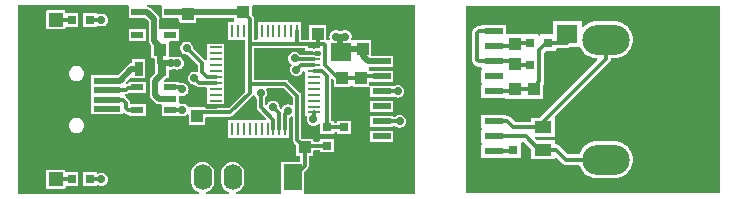
<source format=gbr>
G04 --- HEADER BEGIN --- *
%TF.GenerationSoftware,LibrePCB,LibrePCB,0.1.5*%
%TF.CreationDate,2021-01-02T14:24:37*%
%TF.ProjectId,can2usb - default,565da67e-d1db-4e60-9fc1-0ba8a5c8bd0e,v1*%
%TF.Part,Single*%
%FSLAX66Y66*%
%MOMM*%
G01*
G74*
G04 --- HEADER END --- *
G04 --- APERTURE LIST BEGIN --- *
%ADD10R,1.0X1.1*%
%ADD11R,1.1X1.0*%
%ADD12O,1.587X2.19*%
%ADD13R,1.587X2.19*%
%ADD14R,1.1X0.22*%
%ADD15R,0.22X1.1*%
%ADD16R,0.75X1.25*%
%ADD17R,0.8X0.75*%
%ADD18O,4.0X2.54*%
%ADD19R,1.2X1.2*%
%ADD20R,0.75X0.8*%
%ADD21R,1.4X1.0*%
%ADD22R,1.8X1.6*%
%ADD23R,1.535X0.48*%
%ADD24R,1.1X0.6*%
%ADD25R,2.5X2.0*%
%ADD26R,2.3X0.5*%
%ADD27C,0.7*%
%ADD28C,0.5*%
%ADD29C,0.3*%
%ADD30C,0.0*%
G04 --- APERTURE LIST END --- *
G04 --- BOARD BEGIN --- *
D10*
X14605000Y13792000D03*
X14605000Y15492000D03*
D11*
X10580000Y12419500D03*
X12280000Y12419500D03*
D10*
X29415000Y14206000D03*
X29415000Y12506000D03*
D12*
X20955000Y1625500D03*
D13*
X23495000Y1625500D03*
D12*
X15875000Y1625500D03*
X18415000Y1625500D03*
D14*
X25263750Y8130000D03*
X25263750Y12130000D03*
X25263750Y11630000D03*
X16963750Y8130000D03*
D15*
X21863750Y5730000D03*
D14*
X16963750Y11630000D03*
X16963750Y7130000D03*
D15*
X18363750Y5730000D03*
D14*
X25263750Y9130000D03*
X25263750Y7130000D03*
D15*
X18363750Y14030000D03*
X22363750Y5730000D03*
D14*
X25263750Y11130000D03*
D15*
X22363750Y14030000D03*
X19863750Y14030000D03*
D14*
X16963750Y8630000D03*
X16963750Y11130000D03*
X16963750Y12130000D03*
D15*
X19363750Y14030000D03*
X20863750Y5730000D03*
X18863750Y14030000D03*
D14*
X16963750Y7630000D03*
D15*
X23863750Y14030000D03*
X20363750Y5730000D03*
D14*
X25263750Y8630000D03*
D15*
X21363750Y14030000D03*
X20863750Y14030000D03*
X18863750Y5730000D03*
D14*
X16963750Y9630000D03*
D15*
X23363750Y14030000D03*
D14*
X25263750Y12630000D03*
X25263750Y7630000D03*
D15*
X19363750Y5730000D03*
X22863750Y5730000D03*
X21863750Y14030000D03*
D14*
X16963750Y9130000D03*
X16963750Y10130000D03*
D15*
X20363750Y14030000D03*
D14*
X25263750Y9630000D03*
D15*
X23863750Y5730000D03*
D14*
X25263750Y10630000D03*
X16963750Y10630000D03*
D15*
X22863750Y14030000D03*
X23363750Y5730000D03*
X19863750Y5730000D03*
D14*
X16963750Y12630000D03*
X25263750Y10130000D03*
D15*
X21363750Y5730000D03*
D10*
X27666000Y10072000D03*
X27666000Y8372000D03*
D16*
X12405000Y10832000D03*
X10455000Y10832000D03*
D17*
X27825000Y5863000D03*
X27825000Y4313000D03*
D18*
X50000000Y3140000D03*
X50000000Y8220000D03*
X50000000Y13300000D03*
D19*
X3431250Y1466500D03*
X1331250Y1466500D03*
D20*
X6331250Y1466500D03*
X4781250Y1466500D03*
D21*
X44672166Y3986300D03*
X46872166Y4936300D03*
X44672166Y5886300D03*
D22*
X27548750Y15040250D03*
X27548750Y12240250D03*
D10*
X43884000Y7418000D03*
X43884000Y9118000D03*
D23*
X31043000Y11443000D03*
X31043000Y8903000D03*
X40507000Y2553000D03*
X40507000Y12713000D03*
X31043000Y3823000D03*
X40507000Y3823000D03*
X40507000Y13983000D03*
X40507000Y5093000D03*
X40507000Y8903000D03*
X40507000Y6363000D03*
X40507000Y10173000D03*
X40507000Y7633000D03*
X31043000Y12713000D03*
X31043000Y5093000D03*
X31043000Y10173000D03*
X40507000Y11443000D03*
X31043000Y6363000D03*
X31043000Y13983000D03*
X31043000Y2553000D03*
X31043000Y7633000D03*
D20*
X6331250Y14959750D03*
X4781250Y14959750D03*
D10*
X42294000Y7418000D03*
X42294000Y9118000D03*
D20*
X43586000Y11130000D03*
X45136000Y11130000D03*
X43586000Y13038000D03*
X45136000Y13038000D03*
D10*
X25599000Y15478000D03*
X25599000Y13778000D03*
D17*
X26394000Y4313000D03*
X26394000Y5863000D03*
D10*
X15398750Y8508000D03*
X15398750Y6808000D03*
X42294000Y11234000D03*
X42294000Y12934000D03*
D19*
X3431250Y14959750D03*
X1331250Y14959750D03*
D24*
X13147500Y8292000D03*
X10347500Y8292000D03*
X13147500Y9242000D03*
X10347500Y9242000D03*
X10347500Y7342000D03*
X13147500Y7342000D03*
D10*
X29256000Y10072000D03*
X29256000Y8372000D03*
D24*
X13147500Y15592000D03*
X10347500Y13692000D03*
X10347500Y14642000D03*
X10347500Y15592000D03*
X13147500Y13692000D03*
D25*
X2250000Y3770000D03*
X7750000Y12670000D03*
X7750000Y3770000D03*
X2250000Y12670000D03*
D26*
X7750000Y9020000D03*
X7750000Y9820000D03*
X7750000Y8220000D03*
X7750000Y6620000D03*
X7750000Y7420000D03*
D22*
X46746000Y11002000D03*
X46746000Y13802000D03*
D17*
X42135000Y2405000D03*
X42135000Y3955000D03*
D11*
X21011250Y15595000D03*
X19311250Y15595000D03*
X22803750Y4165000D03*
X24503750Y4165000D03*
D27*
X24009000Y9699000D03*
X18732500Y12261250D03*
X2063750Y6228750D03*
X22860000Y15594500D03*
X16986250Y14166250D03*
X32873500Y3990000D03*
X18732500Y9880000D03*
X46274500Y9417500D03*
X23098000Y7260500D03*
X8414000Y15753500D03*
X53340000Y15595000D03*
X32868750Y12908500D03*
X46678000Y975500D03*
X43262500Y3840500D03*
X53340000Y672500D03*
X33025500Y671000D03*
X22382750Y8531000D03*
X38737000Y6856500D03*
X32545500Y6383500D03*
X23653250Y11705250D03*
X20670000Y12084000D03*
X38889000Y15688500D03*
X7302500Y1466500D03*
X15160750Y10038750D03*
X25872250Y832000D03*
X14128750Y9085500D03*
X20796250Y8768750D03*
X7302500Y14959750D03*
X14526250Y12579250D03*
X42310000Y15596000D03*
X38737000Y3839000D03*
X13175000Y6228250D03*
X44843500Y14163500D03*
X18258500Y4322250D03*
X43179000Y2406000D03*
X21113750Y10276750D03*
X32863250Y15753500D03*
X29370250Y15597500D03*
X28416250Y7177750D03*
X45173500Y9395000D03*
X19843750Y6863250D03*
X59055000Y990000D03*
X24761750Y5418500D03*
X14128750Y7339500D03*
X21827750Y7577500D03*
X59055000Y15595000D03*
X5080000Y13213750D03*
X25241250Y6546500D03*
X7457250Y5593500D03*
X22542000Y11308250D03*
X27147750Y13544500D03*
X13176000Y11309000D03*
X27941500Y13544500D03*
X13731250Y11309000D03*
X47395500Y7020500D03*
X2063750Y10038750D03*
X12064250Y2421750D03*
X5080000Y3212500D03*
X38737000Y822000D03*
X38737000Y9874500D03*
X32390250Y8925500D03*
X23812250Y10752750D03*
D28*
X7750000Y9820000D02*
X8830000Y9820000D01*
X8830000Y9820000D02*
X9842000Y10832000D01*
X10455000Y10832000D02*
X9842000Y10832000D01*
D29*
X26394000Y5863000D02*
X26394000Y10176000D01*
X26394000Y5863000D02*
X27825000Y5863000D01*
X25940000Y10630000D02*
X26394000Y10176000D01*
X25263750Y10630000D02*
X25940000Y10630000D01*
X42135000Y11130000D02*
X42294000Y11234000D01*
X39278000Y11443000D02*
X39114000Y11607000D01*
X40339000Y13992000D02*
X40507000Y13983000D01*
X42135000Y11443000D02*
X42294000Y11234000D01*
X43586000Y11130000D02*
X42135000Y11130000D01*
X39114000Y13833000D02*
X39273000Y13992000D01*
X39114000Y11607000D02*
X39114000Y13833000D01*
X40507000Y11443000D02*
X42135000Y11443000D01*
X39273000Y13992000D02*
X40339000Y13992000D01*
X40507000Y11443000D02*
X39278000Y11443000D01*
X41976000Y3823000D02*
X42135000Y3955000D01*
X40507000Y3823000D02*
X41976000Y3823000D01*
X22863750Y5730000D02*
X22863750Y7026250D01*
X22863750Y7026250D02*
X23098000Y7260500D01*
X20363750Y14030000D02*
X20363750Y14947500D01*
X20363750Y14947500D02*
X21011250Y15595000D01*
X10327500Y9222000D02*
X10347500Y9242000D01*
X9338000Y9020000D02*
X9540000Y9222000D01*
X7750000Y9020000D02*
X9338000Y9020000D01*
X9540000Y9222000D02*
X10327500Y9222000D01*
X23887500Y11630000D02*
X23653250Y11705250D01*
X31043000Y6363000D02*
X32525000Y6363000D01*
X25263750Y11630000D02*
X23887500Y11630000D01*
X32525000Y6363000D02*
X32545500Y6383500D01*
X46587000Y11130000D02*
X46746000Y11002000D01*
X45136000Y11130000D02*
X46587000Y11130000D01*
X3431250Y1466500D02*
X4781250Y1466500D01*
X7302500Y1466500D02*
X6331250Y1466500D01*
X15569500Y9630000D02*
X15160750Y10038750D01*
X16963750Y9630000D02*
X15569500Y9630000D01*
X45136000Y13038000D02*
X44977000Y13018000D01*
X44977000Y13018000D02*
X44361000Y12402000D01*
X40507000Y8903000D02*
X41976000Y8903000D01*
X41976000Y8903000D02*
X42294000Y9118000D01*
X44361000Y9754000D02*
X43884000Y9118000D01*
X42294000Y9118000D02*
X43884000Y9118000D01*
X44361000Y12402000D02*
X44361000Y9754000D01*
X46746000Y13038000D02*
X46746000Y13802000D01*
X45136000Y13038000D02*
X46746000Y13038000D01*
X21863750Y6510000D02*
X20796250Y7577500D01*
X13967250Y9242000D02*
X14128750Y9085500D01*
X20796250Y8768750D02*
X20796250Y7577500D01*
X21863750Y5730000D02*
X21863750Y6510000D01*
X13147500Y9242000D02*
X13967250Y9242000D01*
X7302500Y14959750D02*
X6331250Y14959750D01*
X15820500Y10569500D02*
X15820500Y11289000D01*
X16963750Y10130000D02*
X16260000Y10130000D01*
X16260000Y10130000D02*
X15820500Y10569500D01*
X15820500Y11289000D02*
X14530250Y12579250D01*
X14530250Y12579250D02*
X14526250Y12579250D01*
X44672166Y5886300D02*
X44679000Y6360000D01*
X44668866Y5883000D02*
X44672166Y5886300D01*
X42135000Y5883000D02*
X44668866Y5883000D01*
X50000000Y11681000D02*
X44679000Y6360000D01*
X50000000Y13300000D02*
X50000000Y11681000D01*
X41655000Y6363000D02*
X42135000Y5883000D01*
X40507000Y6363000D02*
X41655000Y6363000D01*
X40507000Y12713000D02*
X42135000Y12713000D01*
X42135000Y12713000D02*
X42294000Y12934000D01*
X42135000Y13038000D02*
X42294000Y12934000D01*
X43586000Y13038000D02*
X42135000Y13038000D01*
X40507000Y7633000D02*
X41976000Y7633000D01*
X42294000Y7418000D02*
X43884000Y7418000D01*
X41976000Y7633000D02*
X42294000Y7418000D01*
X23863750Y4805000D02*
X24503750Y4165000D01*
X19843750Y9562500D02*
X19843750Y8768750D01*
X27666000Y10072000D02*
X27293000Y10072000D01*
X23863750Y8558750D02*
X22860000Y9562500D01*
X15720750Y7130000D02*
X15398750Y6808000D01*
X19843750Y9562500D02*
X22860000Y9562500D01*
D28*
X19311250Y15595000D02*
X14758000Y15595000D01*
D29*
X25599000Y12948000D02*
X25599000Y13778000D01*
X23863750Y5730000D02*
X23863750Y8558750D01*
X19843750Y12896750D02*
X19843750Y9562500D01*
D28*
X14346000Y15592000D02*
X14605000Y15492000D01*
X13147500Y15592000D02*
X14346000Y15592000D01*
D29*
X23863750Y5730000D02*
X23863750Y4805000D01*
X31043000Y10173000D02*
X29357000Y10173000D01*
X26166000Y12948000D02*
X26235000Y12879000D01*
X24651750Y4313000D02*
X26394000Y4313000D01*
X25281000Y12948000D02*
X25599000Y12948000D01*
X19895000Y12948000D02*
X19843750Y12896750D01*
X19863750Y15042500D02*
X19311250Y15595000D01*
X23863750Y14030000D02*
X23863750Y13055500D01*
X23971250Y12948000D02*
X19895000Y12948000D01*
X23863750Y13055500D02*
X23971250Y12948000D01*
X24503750Y4165000D02*
X24503750Y2634250D01*
X26235000Y12879000D02*
X26235000Y11130000D01*
D28*
X14605000Y15492000D02*
X14543000Y15492000D01*
D29*
X25281000Y12948000D02*
X23971250Y12948000D01*
X25281000Y12948000D02*
X26166000Y12948000D01*
X16963750Y7130000D02*
X15720750Y7130000D01*
X25263750Y12630000D02*
X25281000Y12630000D01*
X29256000Y10072000D02*
X27666000Y10072000D01*
X19863750Y14030000D02*
X19863750Y15042500D01*
X16963750Y7130000D02*
X18205000Y7130000D01*
X18205000Y7130000D02*
X19843750Y8768750D01*
D28*
X14543000Y15492000D02*
X14758000Y15595000D01*
D29*
X24503750Y2634250D02*
X23495000Y1625500D01*
X19843750Y12896750D02*
X19843750Y14010000D01*
X19843750Y14010000D02*
X19863750Y14030000D01*
X24503750Y4165000D02*
X24651750Y4313000D01*
X27293000Y10072000D02*
X26235000Y11130000D01*
X29357000Y10173000D02*
X29256000Y10072000D01*
X25281000Y12630000D02*
X25281000Y12948000D01*
X9381000Y7950000D02*
X9381000Y7473000D01*
X7750000Y8220000D02*
X9111000Y8220000D01*
X9540000Y7314000D02*
X10319500Y7314000D01*
X10319500Y7314000D02*
X10347500Y7342000D01*
X9381000Y7473000D02*
X9540000Y7314000D01*
X9111000Y8220000D02*
X9381000Y7950000D01*
X16963750Y7630000D02*
X16276750Y7630000D01*
X16276750Y7630000D02*
X15398750Y8508000D01*
X22363750Y5730000D02*
X22363750Y7041500D01*
X13147500Y7342000D02*
X14128750Y7342000D01*
X14128750Y7342000D02*
X14128750Y7339500D01*
X22363750Y7041500D02*
X21827750Y7577500D01*
X25263750Y7130000D02*
X25263750Y6523750D01*
X25263750Y6523750D02*
X25241250Y6546500D01*
X23363750Y5730000D02*
X23363750Y4725000D01*
X23363750Y4725000D02*
X22803750Y4165000D01*
X20955000Y1625500D02*
X20955000Y2895000D01*
X22225000Y4165000D02*
X20955000Y2895000D01*
X22803750Y4165000D02*
X22225000Y4165000D01*
X45792000Y3975000D02*
X44683466Y3975000D01*
X43243000Y5093000D02*
X44361000Y3975000D01*
X50000000Y3140000D02*
X46627000Y3140000D01*
X44683466Y3975000D02*
X44672166Y3986300D01*
X44672166Y3986300D02*
X44361000Y3975000D01*
X46627000Y3140000D02*
X45792000Y3975000D01*
X40507000Y5093000D02*
X43243000Y5093000D01*
D28*
X12139500Y8292000D02*
X11845500Y8586000D01*
X12405000Y10355000D02*
X12405000Y10832000D01*
X12405000Y11309000D02*
X12280000Y11275000D01*
X13147500Y8292000D02*
X12139500Y8292000D01*
X27496500Y12029000D02*
X27507000Y12177500D01*
X27507000Y12506000D02*
X29415000Y12506000D01*
X27496500Y12029000D02*
X27548750Y12240250D01*
X12405000Y11309000D02*
X12405000Y10832000D01*
X27507000Y12177500D02*
X27507000Y12506000D01*
X27507000Y12177500D02*
X27507000Y13544500D01*
X12280000Y12683000D02*
X12280000Y12419500D01*
X13176000Y11309000D02*
X12405000Y11309000D01*
X12280000Y11275000D02*
X12280000Y12419500D01*
X29415000Y12506000D02*
X29415000Y11925000D01*
X27507000Y13544500D02*
X27147750Y13544500D01*
X11845500Y8586000D02*
X11845500Y9795500D01*
X31043000Y11443000D02*
X30001000Y11443000D01*
X11845500Y9795500D02*
X12405000Y10355000D01*
X11199500Y15592000D02*
X11766000Y15025500D01*
X29897000Y11443000D02*
X29415000Y11925000D01*
X11766000Y15025500D02*
X11766000Y13197000D01*
X11766000Y13197000D02*
X12280000Y12683000D01*
X27507000Y13544500D02*
X27941500Y13544500D01*
X30001000Y11443000D02*
X29897000Y11443000D01*
X13176000Y11309000D02*
X13731250Y11309000D01*
X10347500Y15592000D02*
X11199500Y15592000D01*
D29*
X4781250Y14959750D02*
X3431250Y14959750D01*
X31043000Y8903000D02*
X32367750Y8903000D01*
X25263750Y11130000D02*
X24189500Y11130000D01*
X32367750Y8903000D02*
X32390250Y8925500D01*
X24189500Y11130000D02*
X23812250Y10752750D01*
D30*
G36*
X59659327Y319500D02*
X59700000Y400000D01*
X59700000Y16040000D01*
X59680500Y16099327D01*
X59600000Y16140000D01*
X38260000Y16140000D01*
X38200673Y16120500D01*
X38160000Y16040000D01*
X38160000Y400000D01*
X38179500Y340673D01*
X38260000Y300000D01*
X49271962Y300000D01*
X49271962Y1570000D01*
X49268048Y1570154D01*
X49028316Y1589021D01*
X49020573Y1590247D01*
X48788660Y1645925D01*
X48781215Y1648344D01*
X48560863Y1739616D01*
X48553886Y1743171D01*
X48350527Y1867790D01*
X48344191Y1872393D01*
X48162830Y2027290D01*
X48157290Y2032830D01*
X48002393Y2214191D01*
X47997790Y2220527D01*
X47873171Y2423886D01*
X47869616Y2430863D01*
X47787849Y2628268D01*
X47747130Y2675617D01*
X47695461Y2690000D01*
X46630570Y2690000D01*
X46623465Y2690508D01*
X46582889Y2696342D01*
X46575792Y2697105D01*
X46538480Y2699774D01*
X46519518Y2703899D01*
X46512314Y2705737D01*
X46493717Y2711198D01*
X46459681Y2726742D01*
X46453084Y2729474D01*
X46418037Y2742545D01*
X46401025Y2751834D01*
X46394635Y2755626D01*
X46378300Y2766124D01*
X46350028Y2790621D01*
X46344472Y2795099D01*
X46311655Y2819667D01*
X46306283Y2824321D01*
X45842877Y3287727D01*
X45787137Y3315889D01*
X45725559Y3305491D01*
X45682158Y3260587D01*
X45672166Y3217016D01*
X45672166Y3202313D01*
X45670600Y3197548D01*
X45648338Y3186300D01*
X43688179Y3186300D01*
X43683414Y3187866D01*
X43672166Y3210128D01*
X43672166Y3986016D01*
X43642877Y4056727D01*
X43085893Y4613711D01*
X43015182Y4643000D01*
X42935000Y4643000D01*
X42875673Y4623500D01*
X42835000Y4543000D01*
X42835000Y3296013D01*
X42833434Y3291248D01*
X42811172Y3280000D01*
X41444609Y3280000D01*
X41425873Y3283000D01*
X39455513Y3283000D01*
X39450748Y3284566D01*
X39439500Y3306828D01*
X39439500Y4346987D01*
X39441066Y4351751D01*
X39472605Y4367686D01*
X39516764Y4411845D01*
X39526113Y4473591D01*
X39497007Y4528844D01*
X39458735Y4551941D01*
X39450748Y4554566D01*
X39439500Y4576828D01*
X39439500Y5616987D01*
X39441066Y5621751D01*
X39472605Y5637686D01*
X39516764Y5681845D01*
X39526113Y5743591D01*
X39497007Y5798844D01*
X39458735Y5821941D01*
X39450748Y5824566D01*
X39439500Y5846828D01*
X39439500Y6886987D01*
X39441066Y6891752D01*
X39463328Y6903000D01*
X41558487Y6903000D01*
X41563252Y6901434D01*
X41580765Y6866773D01*
X41624924Y6822614D01*
X41655786Y6812887D01*
X41699106Y6806658D01*
X41706205Y6805895D01*
X41743517Y6803227D01*
X41762468Y6799104D01*
X41769672Y6797265D01*
X41788284Y6791801D01*
X41822306Y6776264D01*
X41828898Y6773534D01*
X41863957Y6760457D01*
X41880996Y6751152D01*
X41887366Y6747373D01*
X41903694Y6736880D01*
X41931967Y6712381D01*
X41937524Y6707902D01*
X41970345Y6683332D01*
X41975722Y6678673D01*
X42292106Y6362289D01*
X42362817Y6333000D01*
X43572166Y6333000D01*
X43631493Y6352500D01*
X43672166Y6433000D01*
X43672166Y6670287D01*
X43673732Y6675052D01*
X43695994Y6686300D01*
X44327482Y6686300D01*
X44398193Y6715589D01*
X49248816Y11566212D01*
X49276978Y11621952D01*
X49266580Y11683530D01*
X49221676Y11726931D01*
X49185951Y11736615D01*
X49028316Y11749021D01*
X49020573Y11750247D01*
X48788660Y11805925D01*
X48781215Y11808344D01*
X48560863Y11899616D01*
X48553886Y11903171D01*
X48350527Y12027790D01*
X48344191Y12032393D01*
X48162830Y12187290D01*
X48157290Y12192830D01*
X48002393Y12374191D01*
X47997790Y12380527D01*
X47873171Y12583886D01*
X47869616Y12590863D01*
X47849152Y12640268D01*
X47808433Y12687617D01*
X47756764Y12702000D01*
X47076412Y12702000D01*
X47022357Y12686131D01*
X47019638Y12684384D01*
X47008208Y12675828D01*
X46994695Y12664119D01*
X46982785Y12656465D01*
X46966513Y12649034D01*
X46953989Y12642195D01*
X46938957Y12632534D01*
X46926071Y12626650D01*
X46908916Y12621612D01*
X46895552Y12616627D01*
X46879288Y12609200D01*
X46865699Y12605210D01*
X46848003Y12602666D01*
X46834060Y12599633D01*
X46816903Y12594595D01*
X46802888Y12592580D01*
X46785006Y12592580D01*
X46770775Y12591562D01*
X46749535Y12588508D01*
X46742430Y12588000D01*
X45911000Y12588000D01*
X45851673Y12568500D01*
X45811000Y12488000D01*
X45811000Y12354013D01*
X45809434Y12349248D01*
X45787172Y12338000D01*
X44974817Y12338000D01*
X44904106Y12308711D01*
X44840289Y12244894D01*
X44811000Y12174183D01*
X44811000Y9757570D01*
X44810492Y9750466D01*
X44810195Y9748401D01*
X44809639Y9733022D01*
X44808297Y9714500D01*
X44800363Y9678185D01*
X44799076Y9671072D01*
X44793790Y9634304D01*
X44788544Y9616440D01*
X44785558Y9607482D01*
X44779050Y9590082D01*
X44761216Y9557492D01*
X44757977Y9551028D01*
X44742537Y9517219D01*
X44732491Y9501588D01*
X44723707Y9488949D01*
X44722716Y9487137D01*
X44718859Y9481148D01*
X44704000Y9461336D01*
X44684000Y9401335D01*
X44684000Y8284013D01*
X44682434Y8279248D01*
X44660172Y8268000D01*
X41510013Y8268000D01*
X41505247Y8269566D01*
X41485780Y8308096D01*
X41441621Y8352255D01*
X41396526Y8363000D01*
X39455513Y8363000D01*
X39450748Y8364566D01*
X39439500Y8386828D01*
X39439500Y9426987D01*
X39441066Y9431751D01*
X39472605Y9447686D01*
X39516764Y9491845D01*
X39526113Y9553591D01*
X39497007Y9608844D01*
X39458735Y9631941D01*
X39450748Y9634566D01*
X39439500Y9656828D01*
X39439500Y10696987D01*
X39441066Y10701751D01*
X39472605Y10717686D01*
X39516764Y10761845D01*
X39526113Y10823591D01*
X39497007Y10878844D01*
X39458735Y10901941D01*
X39450749Y10904566D01*
X39433808Y10938096D01*
X39389649Y10982255D01*
X39344553Y10993000D01*
X39281570Y10993000D01*
X39274466Y10993508D01*
X39233858Y10999347D01*
X39226759Y11000110D01*
X39189484Y11002775D01*
X39170482Y11006909D01*
X39163315Y11008738D01*
X39144711Y11014200D01*
X39110652Y11029755D01*
X39104055Y11032487D01*
X39069042Y11045546D01*
X39051981Y11054861D01*
X39045602Y11058646D01*
X39029305Y11069119D01*
X39001005Y11093641D01*
X38995447Y11098120D01*
X38962664Y11122661D01*
X38957274Y11127331D01*
X38798327Y11286278D01*
X38793662Y11291662D01*
X38769110Y11324459D01*
X38764631Y11330017D01*
X38740117Y11358308D01*
X38729650Y11374595D01*
X38725839Y11381017D01*
X38716546Y11398037D01*
X38703474Y11433085D01*
X38700742Y11439681D01*
X38685198Y11473717D01*
X38679737Y11492315D01*
X38677897Y11499524D01*
X38673774Y11518480D01*
X38671106Y11555787D01*
X38670343Y11562886D01*
X38664508Y11603466D01*
X38664000Y11610570D01*
X38664000Y13829430D01*
X38664508Y13836535D01*
X38670344Y13877124D01*
X38671107Y13884221D01*
X38673775Y13921523D01*
X38677904Y13940504D01*
X38679732Y13947664D01*
X38685199Y13966282D01*
X38700744Y14000322D01*
X38703475Y14006916D01*
X38716547Y14041963D01*
X38725846Y14058993D01*
X38729650Y14065404D01*
X38740117Y14081692D01*
X38764627Y14109977D01*
X38769107Y14115537D01*
X38793657Y14148332D01*
X38798327Y14153722D01*
X38952278Y14307673D01*
X38957661Y14312338D01*
X38990465Y14336894D01*
X38996023Y14341373D01*
X39024303Y14365878D01*
X39040622Y14376365D01*
X39046986Y14380141D01*
X39064044Y14389455D01*
X39099085Y14402525D01*
X39105681Y14405257D01*
X39139717Y14420801D01*
X39158326Y14426265D01*
X39165511Y14428099D01*
X39184478Y14432225D01*
X39221781Y14434893D01*
X39228879Y14435656D01*
X39269466Y14441492D01*
X39276570Y14442000D01*
X39345745Y14442000D01*
X39405072Y14461500D01*
X39440745Y14510775D01*
X39441066Y14511752D01*
X39463328Y14523000D01*
X41558487Y14523000D01*
X41563252Y14521434D01*
X41574500Y14499172D01*
X41574500Y13884000D01*
X41594000Y13824673D01*
X41674500Y13784000D01*
X43077987Y13784000D01*
X43090467Y13779898D01*
X43121620Y13748746D01*
X43166716Y13738000D01*
X44244987Y13738000D01*
X44249752Y13736434D01*
X44271746Y13692904D01*
X44315905Y13648745D01*
X44377651Y13639396D01*
X44432903Y13668502D01*
X44456000Y13706775D01*
X44462566Y13726752D01*
X44484828Y13738000D01*
X45446000Y13738000D01*
X45505327Y13757500D01*
X45546000Y13838000D01*
X45546000Y14885987D01*
X45547566Y14890752D01*
X45569828Y14902000D01*
X47929987Y14902000D01*
X47934752Y14900434D01*
X47946000Y14878172D01*
X47946000Y14430843D01*
X47965500Y14371516D01*
X48016395Y14335326D01*
X48078836Y14336388D01*
X48122040Y14365898D01*
X48157283Y14407162D01*
X48162830Y14412709D01*
X48344191Y14567606D01*
X48350527Y14572209D01*
X48553886Y14696828D01*
X48560863Y14700383D01*
X48781215Y14791655D01*
X48788660Y14794074D01*
X49020573Y14849752D01*
X49028316Y14850978D01*
X49268048Y14869846D01*
X49271961Y14870000D01*
X50728039Y14870000D01*
X50731952Y14869846D01*
X50971683Y14850978D01*
X50979426Y14849752D01*
X51211339Y14794074D01*
X51218784Y14791655D01*
X51439136Y14700383D01*
X51446113Y14696828D01*
X51649472Y14572209D01*
X51655808Y14567606D01*
X51837169Y14412709D01*
X51842709Y14407169D01*
X51997606Y14225808D01*
X52002209Y14219472D01*
X52126828Y14016113D01*
X52130383Y14009136D01*
X52221655Y13788784D01*
X52224074Y13781339D01*
X52279752Y13549426D01*
X52280978Y13541683D01*
X52299692Y13303913D01*
X52299692Y13296087D01*
X52280978Y13058316D01*
X52279752Y13050573D01*
X52224074Y12818660D01*
X52221655Y12811215D01*
X52130383Y12590863D01*
X52126828Y12583886D01*
X52002209Y12380527D01*
X51997606Y12374191D01*
X51842709Y12192830D01*
X51837169Y12187290D01*
X51655808Y12032393D01*
X51649472Y12027790D01*
X51446113Y11903171D01*
X51439136Y11899616D01*
X51218784Y11808344D01*
X51211339Y11805925D01*
X50979426Y11750247D01*
X50971683Y11749021D01*
X50731952Y11730154D01*
X50728038Y11730000D01*
X50543695Y11730000D01*
X50484368Y11710500D01*
X50444712Y11644229D01*
X50443655Y11636876D01*
X50442893Y11629780D01*
X50440225Y11592481D01*
X50436100Y11573518D01*
X50434262Y11566314D01*
X50428801Y11547717D01*
X50413257Y11513681D01*
X50410525Y11507084D01*
X50397454Y11472037D01*
X50388165Y11455025D01*
X50384369Y11448629D01*
X50373881Y11432308D01*
X50349378Y11404030D01*
X50344899Y11398470D01*
X50320343Y11365667D01*
X50315673Y11360277D01*
X45701455Y6746059D01*
X45672166Y6675348D01*
X45672166Y5102313D01*
X45670600Y5097548D01*
X45648338Y5086300D01*
X44127518Y5086300D01*
X44068191Y5066800D01*
X44032001Y5015905D01*
X44033063Y4953464D01*
X44056807Y4915589D01*
X44156807Y4815589D01*
X44227518Y4786300D01*
X45656153Y4786300D01*
X45660918Y4784734D01*
X45672166Y4762472D01*
X45672166Y4525000D01*
X45691666Y4465673D01*
X45772166Y4425000D01*
X45788430Y4425000D01*
X45795534Y4424492D01*
X45836121Y4418656D01*
X45843219Y4417893D01*
X45880519Y4415225D01*
X45899481Y4411100D01*
X45906685Y4409262D01*
X45925282Y4403801D01*
X45959318Y4388257D01*
X45965915Y4385525D01*
X46000960Y4372455D01*
X46017992Y4363154D01*
X46024373Y4359368D01*
X46040695Y4348879D01*
X46068962Y4324386D01*
X46074518Y4319908D01*
X46107348Y4295331D01*
X46112718Y4290678D01*
X46784107Y3619289D01*
X46854818Y3590000D01*
X47695461Y3590000D01*
X47754788Y3609500D01*
X47787849Y3651732D01*
X47869616Y3849136D01*
X47873171Y3856113D01*
X47997790Y4059472D01*
X48002393Y4065808D01*
X48157290Y4247169D01*
X48162830Y4252709D01*
X48344191Y4407606D01*
X48350527Y4412209D01*
X48553886Y4536828D01*
X48560863Y4540383D01*
X48781215Y4631655D01*
X48788660Y4634074D01*
X49020573Y4689752D01*
X49028316Y4690978D01*
X49268048Y4709846D01*
X49271961Y4710000D01*
X50728039Y4710000D01*
X50731952Y4709846D01*
X50971683Y4690978D01*
X50979426Y4689752D01*
X51211339Y4634074D01*
X51218784Y4631655D01*
X51439136Y4540383D01*
X51446113Y4536828D01*
X51649472Y4412209D01*
X51655808Y4407606D01*
X51837169Y4252709D01*
X51842709Y4247169D01*
X51997606Y4065808D01*
X52002209Y4059472D01*
X52126828Y3856113D01*
X52130383Y3849136D01*
X52221655Y3628784D01*
X52224074Y3621339D01*
X52279752Y3389426D01*
X52280978Y3381683D01*
X52299692Y3143913D01*
X52299692Y3136087D01*
X52280978Y2898316D01*
X52279752Y2890573D01*
X52224074Y2658660D01*
X52221655Y2651215D01*
X52130383Y2430863D01*
X52126828Y2423886D01*
X52002209Y2220527D01*
X51997606Y2214191D01*
X51842709Y2032830D01*
X51837169Y2027290D01*
X51655808Y1872393D01*
X51649472Y1867790D01*
X51446113Y1743171D01*
X51439136Y1739616D01*
X51218784Y1648344D01*
X51211339Y1645925D01*
X50979426Y1590247D01*
X50971683Y1589021D01*
X50731952Y1570154D01*
X50728038Y1570000D01*
X49271962Y1570000D01*
X49271962Y300000D01*
X59600000Y300000D01*
X59659327Y319500D01*
G37*
G36*
X15559488Y219500D02*
X15595678Y270395D01*
X15594616Y332836D01*
X15529190Y395694D01*
X15499506Y404699D01*
X15490468Y408443D01*
X15327375Y495617D01*
X15319244Y501050D01*
X15176287Y618372D01*
X15169372Y625287D01*
X15052050Y768244D01*
X15046617Y776375D01*
X14959443Y939468D01*
X14955699Y948506D01*
X14902014Y1125479D01*
X14900108Y1135061D01*
X14881740Y1321560D01*
X14881500Y1326457D01*
X14881500Y1924543D01*
X14881740Y1929440D01*
X14900108Y2115938D01*
X14902014Y2125520D01*
X14955699Y2302493D01*
X14959443Y2311531D01*
X15046617Y2474624D01*
X15052050Y2482755D01*
X15169372Y2625712D01*
X15176287Y2632627D01*
X15319244Y2749949D01*
X15327375Y2755382D01*
X15490468Y2842556D01*
X15499506Y2846300D01*
X15676475Y2899984D01*
X15686070Y2901892D01*
X15870106Y2920018D01*
X15879894Y2920018D01*
X16063929Y2901892D01*
X16073524Y2899984D01*
X16250493Y2846300D01*
X16259531Y2842556D01*
X16422624Y2755382D01*
X16430755Y2749949D01*
X16573712Y2632627D01*
X16580627Y2625712D01*
X16697949Y2482755D01*
X16703382Y2474624D01*
X16790556Y2311531D01*
X16794300Y2302493D01*
X16847984Y2125524D01*
X16849892Y2115929D01*
X16868259Y1929443D01*
X16868500Y1924550D01*
X16868500Y1326450D01*
X16868259Y1321557D01*
X16849892Y1135070D01*
X16847984Y1125475D01*
X16794300Y948506D01*
X16790556Y939468D01*
X16703382Y776375D01*
X16697949Y768244D01*
X16580627Y625287D01*
X16573712Y618372D01*
X16430755Y501050D01*
X16422624Y495617D01*
X16259531Y408443D01*
X16250493Y404699D01*
X16220809Y395694D01*
X16169697Y359812D01*
X16149840Y300603D01*
X16168982Y241159D01*
X16249838Y200000D01*
X18040161Y200000D01*
X18099488Y219500D01*
X18135678Y270395D01*
X18134616Y332836D01*
X18069190Y395694D01*
X18039506Y404699D01*
X18030468Y408443D01*
X17867375Y495617D01*
X17859244Y501050D01*
X17716287Y618372D01*
X17709372Y625287D01*
X17592050Y768244D01*
X17586617Y776375D01*
X17499443Y939468D01*
X17495699Y948506D01*
X17442014Y1125479D01*
X17440108Y1135061D01*
X17421740Y1321560D01*
X17421500Y1326457D01*
X17421500Y1924543D01*
X17421740Y1929440D01*
X17440108Y2115938D01*
X17442014Y2125520D01*
X17495699Y2302493D01*
X17499443Y2311531D01*
X17586617Y2474624D01*
X17592050Y2482755D01*
X17709372Y2625712D01*
X17716287Y2632627D01*
X17859244Y2749949D01*
X17867375Y2755382D01*
X18030468Y2842556D01*
X18039506Y2846300D01*
X18216475Y2899984D01*
X18226070Y2901892D01*
X18410106Y2920018D01*
X18419894Y2920018D01*
X18603929Y2901892D01*
X18613524Y2899984D01*
X18790493Y2846300D01*
X18799531Y2842556D01*
X18962624Y2755382D01*
X18970755Y2749949D01*
X19113712Y2632627D01*
X19120627Y2625712D01*
X19237949Y2482755D01*
X19243382Y2474624D01*
X19330556Y2311531D01*
X19334300Y2302493D01*
X19387984Y2125524D01*
X19389892Y2115929D01*
X19408259Y1929443D01*
X19408500Y1924550D01*
X19408500Y1326450D01*
X19408259Y1321557D01*
X19389892Y1135070D01*
X19387984Y1125475D01*
X19334300Y948506D01*
X19330556Y939468D01*
X19243382Y776375D01*
X19237949Y768244D01*
X19120627Y625287D01*
X19113712Y618372D01*
X18970755Y501050D01*
X18962624Y495617D01*
X18799531Y408443D01*
X18790493Y404699D01*
X18760809Y395694D01*
X18709697Y359812D01*
X18689840Y300603D01*
X18708982Y241159D01*
X18789838Y200000D01*
X22416910Y200000D01*
X22476237Y219500D01*
X22512427Y270395D01*
X22506165Y345096D01*
X22501500Y354329D01*
X22501500Y2904487D01*
X22503066Y2909252D01*
X22525328Y2920500D01*
X24053750Y2920500D01*
X24113077Y2940000D01*
X24153750Y3020500D01*
X24153750Y3365000D01*
X24134250Y3424327D01*
X24053750Y3465000D01*
X23769763Y3465000D01*
X23764998Y3466566D01*
X23753750Y3488828D01*
X23753750Y4378603D01*
X23724461Y4449314D01*
X23619039Y4554736D01*
X23613960Y4560684D01*
X23604701Y4573427D01*
X23594510Y4585359D01*
X23586155Y4593714D01*
X23577021Y4606285D01*
X23571666Y4616796D01*
X23563467Y4630176D01*
X23556525Y4639731D01*
X23549465Y4653587D01*
X23545814Y4664823D01*
X23539808Y4679321D01*
X23534454Y4689830D01*
X23529647Y4704620D01*
X23527800Y4716282D01*
X23524139Y4731533D01*
X23520491Y4742762D01*
X23518059Y4758118D01*
X23518059Y4769923D01*
X23516828Y4785566D01*
X23514365Y4801118D01*
X23513750Y4808931D01*
X23513750Y6693230D01*
X23494250Y6752557D01*
X23443355Y6788747D01*
X23374312Y6781020D01*
X23373000Y6784186D01*
X23275481Y6743792D01*
X23228132Y6703072D01*
X23213750Y6651404D01*
X23213750Y5733931D01*
X23213135Y5726119D01*
X23197850Y5629618D01*
X23193045Y5614829D01*
X23184650Y5598353D01*
X23173750Y5552953D01*
X23173750Y4996013D01*
X23172184Y4991248D01*
X23149922Y4980000D01*
X18069763Y4980000D01*
X18064998Y4981566D01*
X18053750Y5003828D01*
X18053750Y6463987D01*
X18055316Y6468752D01*
X18077578Y6480000D01*
X21157353Y6480000D01*
X21216680Y6499500D01*
X21252870Y6550395D01*
X21251808Y6612836D01*
X21228064Y6650711D01*
X20551539Y7327236D01*
X20546460Y7333184D01*
X20537201Y7345927D01*
X20527010Y7357859D01*
X20518655Y7366214D01*
X20509521Y7378785D01*
X20504166Y7389296D01*
X20495967Y7402676D01*
X20489025Y7412231D01*
X20481965Y7426087D01*
X20478314Y7437323D01*
X20472308Y7451821D01*
X20466954Y7462330D01*
X20462147Y7477120D01*
X20460300Y7488782D01*
X20456639Y7504033D01*
X20452991Y7515262D01*
X20450559Y7530618D01*
X20450559Y7542423D01*
X20449328Y7558066D01*
X20446865Y7573618D01*
X20446250Y7581431D01*
X20446250Y8300721D01*
X20416961Y8371432D01*
X20403347Y8385046D01*
X20323925Y8488551D01*
X20317427Y8499806D01*
X20299349Y8543448D01*
X20258629Y8590796D01*
X20197759Y8604754D01*
X20126060Y8563956D01*
X20121342Y8557462D01*
X20112996Y8549116D01*
X20102805Y8537183D01*
X20093545Y8524438D01*
X20088466Y8518491D01*
X18455259Y6885284D01*
X18449312Y6880205D01*
X18436567Y6870945D01*
X18424634Y6860754D01*
X18416286Y6852406D01*
X18403716Y6843273D01*
X18393197Y6837913D01*
X18379821Y6829716D01*
X18370264Y6822773D01*
X18356412Y6815715D01*
X18345176Y6812064D01*
X18330678Y6806058D01*
X18320169Y6800704D01*
X18305379Y6795897D01*
X18293717Y6794050D01*
X18278466Y6790389D01*
X18267237Y6786741D01*
X18251881Y6784309D01*
X18240077Y6784309D01*
X18224432Y6783078D01*
X18208879Y6780614D01*
X18201070Y6780000D01*
X16198750Y6780000D01*
X16139423Y6760500D01*
X16098750Y6680000D01*
X16098750Y6074013D01*
X16097184Y6069248D01*
X16074922Y6058000D01*
X14714763Y6058000D01*
X14709998Y6059566D01*
X14698750Y6081828D01*
X14698750Y6892005D01*
X14679250Y6951332D01*
X14628355Y6987522D01*
X14565914Y6986460D01*
X14527785Y6958923D01*
X14526282Y6960426D01*
X14512453Y6946597D01*
X14408949Y6867175D01*
X14397698Y6860679D01*
X14277150Y6810746D01*
X14264608Y6807385D01*
X14135245Y6790355D01*
X14122255Y6790355D01*
X13992891Y6807385D01*
X13980350Y6810746D01*
X13923274Y6834388D01*
X13885005Y6842000D01*
X12413513Y6842000D01*
X12408748Y6843566D01*
X12397500Y6865828D01*
X12397500Y7742000D01*
X12378000Y7801327D01*
X12297500Y7842000D01*
X12143070Y7842000D01*
X12135966Y7842508D01*
X12095358Y7848347D01*
X12088259Y7849110D01*
X12050984Y7851775D01*
X12031982Y7855909D01*
X12024815Y7857738D01*
X12006211Y7863200D01*
X11972152Y7878755D01*
X11965555Y7881487D01*
X11930542Y7894546D01*
X11913481Y7903861D01*
X11907102Y7907646D01*
X11890805Y7918119D01*
X11862505Y7942641D01*
X11856947Y7947120D01*
X11824164Y7971661D01*
X11818774Y7976331D01*
X11529827Y8265278D01*
X11525162Y8270662D01*
X11500610Y8303459D01*
X11496131Y8309017D01*
X11471617Y8337308D01*
X11461150Y8353595D01*
X11457339Y8360017D01*
X11448046Y8377037D01*
X11434974Y8412085D01*
X11432242Y8418681D01*
X11416698Y8452717D01*
X11411237Y8471315D01*
X11409397Y8478524D01*
X11405274Y8497480D01*
X11402606Y8534787D01*
X11401843Y8541886D01*
X11396008Y8582466D01*
X11395500Y8589570D01*
X11395500Y9791930D01*
X11396008Y9799035D01*
X11401844Y9839624D01*
X11402607Y9846721D01*
X11405275Y9884023D01*
X11409404Y9903004D01*
X11411232Y9910164D01*
X11416699Y9928782D01*
X11432244Y9962822D01*
X11434975Y9969416D01*
X11448047Y10004463D01*
X11457346Y10021493D01*
X11461150Y10027904D01*
X11471617Y10044192D01*
X11496127Y10072477D01*
X11500607Y10078037D01*
X11525157Y10110832D01*
X11529827Y10116222D01*
X11800711Y10387106D01*
X11830000Y10457817D01*
X11830000Y11619500D01*
X11810500Y11678827D01*
X11730000Y11719500D01*
X11546013Y11719500D01*
X11541248Y11721066D01*
X11530000Y11743328D01*
X11530000Y12755183D01*
X11500711Y12825894D01*
X11450327Y12876278D01*
X11445662Y12881662D01*
X11421110Y12914459D01*
X11416631Y12920017D01*
X11392117Y12948308D01*
X11381650Y12964595D01*
X11377839Y12971017D01*
X11368546Y12988037D01*
X11355474Y13023085D01*
X11352742Y13029681D01*
X11337198Y13063717D01*
X11331737Y13082315D01*
X11329897Y13089524D01*
X11325774Y13108480D01*
X11323106Y13145787D01*
X11322343Y13152886D01*
X11316508Y13193466D01*
X11316000Y13200570D01*
X11316000Y14797683D01*
X11286711Y14868394D01*
X11092394Y15062711D01*
X11021683Y15092000D01*
X9613513Y15092000D01*
X9608748Y15093566D01*
X9597500Y15115828D01*
X9597500Y16075987D01*
X9608277Y16108775D01*
X9608277Y16171225D01*
X9571227Y16221497D01*
X9513277Y16240000D01*
X300000Y16240000D01*
X240673Y16220500D01*
X200000Y16140000D01*
X200000Y300000D01*
X219500Y240673D01*
X300000Y200000D01*
X2647263Y200000D01*
X2647263Y666500D01*
X2642498Y668066D01*
X2631250Y690328D01*
X2631250Y2250487D01*
X2632816Y2255252D01*
X2647263Y2262551D01*
X2647263Y14159750D01*
X2642498Y14161316D01*
X2631250Y14183578D01*
X2631250Y15743737D01*
X2632816Y15748502D01*
X2655078Y15759750D01*
X4215237Y15759750D01*
X4220002Y15758184D01*
X4231250Y15735922D01*
X4231250Y15659750D01*
X4250750Y15600423D01*
X4331250Y15559750D01*
X5340237Y15559750D01*
X5345002Y15558184D01*
X5356250Y15535922D01*
X5356250Y14375763D01*
X5354684Y14370998D01*
X5332422Y14359750D01*
X4331250Y14359750D01*
X4271923Y14340250D01*
X4231250Y14259750D01*
X4231250Y14175763D01*
X4229684Y14170998D01*
X4207422Y14159750D01*
X2647263Y14159750D01*
X2647263Y2262551D01*
X2655078Y2266500D01*
X4215237Y2266500D01*
X4220002Y2264934D01*
X4231250Y2242672D01*
X4231250Y2166500D01*
X4250750Y2107173D01*
X4331250Y2066500D01*
X5127703Y2066500D01*
X5127703Y5374739D01*
X5115774Y5376188D01*
X4975384Y5410790D01*
X4964148Y5415051D01*
X4836113Y5482249D01*
X4826230Y5489071D01*
X4717992Y5584962D01*
X4710033Y5593946D01*
X4627888Y5712953D01*
X4622310Y5723580D01*
X4571031Y5858790D01*
X4568158Y5870449D01*
X4550729Y6013996D01*
X4550729Y6026004D01*
X4568158Y6169550D01*
X4571031Y6181209D01*
X4622310Y6316419D01*
X4627888Y6327046D01*
X4710033Y6446053D01*
X4717992Y6455037D01*
X4826230Y6550928D01*
X4836113Y6557750D01*
X4964148Y6624948D01*
X4975384Y6629209D01*
X5115774Y6663811D01*
X5127703Y6665260D01*
X5127703Y6665260D01*
X5127703Y9774739D01*
X5115774Y9776188D01*
X4975384Y9810790D01*
X4964148Y9815051D01*
X4836113Y9882249D01*
X4826230Y9889071D01*
X4717992Y9984962D01*
X4710033Y9993946D01*
X4627888Y10112953D01*
X4622310Y10123580D01*
X4571031Y10258790D01*
X4568158Y10270449D01*
X4550729Y10413996D01*
X4550729Y10426004D01*
X4568158Y10569550D01*
X4571031Y10581209D01*
X4622310Y10716419D01*
X4627888Y10727046D01*
X4710033Y10846053D01*
X4717992Y10855037D01*
X4826230Y10950928D01*
X4836113Y10957750D01*
X4964148Y11024948D01*
X4975384Y11029209D01*
X5115774Y11063811D01*
X5127703Y11065260D01*
X5272296Y11065260D01*
X5284225Y11063811D01*
X5424615Y11029209D01*
X5435851Y11024948D01*
X5563886Y10957750D01*
X5573769Y10950928D01*
X5682007Y10855037D01*
X5689966Y10846053D01*
X5772111Y10727046D01*
X5772263Y10726756D01*
X5772263Y14359750D01*
X5767498Y14361316D01*
X5756250Y14383578D01*
X5756250Y15543737D01*
X5757816Y15548502D01*
X5780078Y15559750D01*
X6890237Y15559750D01*
X6895002Y15558184D01*
X6906250Y15535922D01*
X6906250Y15535501D01*
X6925750Y15476174D01*
X6976645Y15439984D01*
X7044519Y15443113D01*
X7154095Y15488501D01*
X7166648Y15491865D01*
X7295998Y15508894D01*
X7309002Y15508894D01*
X7438351Y15491865D01*
X7450904Y15488501D01*
X7571448Y15438570D01*
X7582699Y15432074D01*
X7686203Y15352652D01*
X7695402Y15343453D01*
X7774824Y15239949D01*
X7781320Y15228698D01*
X7831251Y15108154D01*
X7834615Y15095601D01*
X7851644Y14966252D01*
X7851644Y14953248D01*
X7834615Y14823898D01*
X7831251Y14811345D01*
X7781320Y14690802D01*
X7774824Y14679551D01*
X7695402Y14576046D01*
X7686203Y14566847D01*
X7582699Y14487425D01*
X7571448Y14480929D01*
X7450900Y14430996D01*
X7438358Y14427635D01*
X7308995Y14410605D01*
X7296005Y14410605D01*
X7166641Y14427635D01*
X7154099Y14430996D01*
X7044519Y14476386D01*
X6982245Y14481074D01*
X6929333Y14447903D01*
X6906250Y14383998D01*
X6906250Y14375763D01*
X6904684Y14370998D01*
X6882422Y14359750D01*
X5772263Y14359750D01*
X5772263Y10726756D01*
X5777689Y10716419D01*
X5828970Y10581203D01*
X5831840Y10569557D01*
X5849271Y10426004D01*
X5849271Y10413996D01*
X5831840Y10270442D01*
X5828970Y10258796D01*
X5777689Y10123580D01*
X5772111Y10112953D01*
X5689966Y9993946D01*
X5682007Y9984962D01*
X5573769Y9889071D01*
X5563886Y9882249D01*
X5435851Y9815051D01*
X5424615Y9810790D01*
X5284225Y9776188D01*
X5272296Y9774739D01*
X5127703Y9774739D01*
X5127703Y6665260D01*
X5272296Y6665260D01*
X5284225Y6663811D01*
X5424615Y6629209D01*
X5435851Y6624948D01*
X5563886Y6557750D01*
X5573769Y6550928D01*
X5682007Y6455037D01*
X5689966Y6446053D01*
X5772111Y6327046D01*
X5777689Y6316419D01*
X5828970Y6181203D01*
X5831840Y6169557D01*
X5849271Y6026004D01*
X5849271Y6013996D01*
X5831840Y5870442D01*
X5828970Y5858796D01*
X5777689Y5723580D01*
X5772111Y5712953D01*
X5689966Y5593946D01*
X5682007Y5584962D01*
X5573769Y5489071D01*
X5563886Y5482249D01*
X5435851Y5415051D01*
X5424615Y5410790D01*
X5284225Y5376188D01*
X5272296Y5374739D01*
X5127703Y5374739D01*
X5127703Y2066500D01*
X5340237Y2066500D01*
X5345002Y2064934D01*
X5356250Y2042672D01*
X5356250Y882513D01*
X5354684Y877748D01*
X5332422Y866500D01*
X4331250Y866500D01*
X4271923Y847000D01*
X4231250Y766500D01*
X4231250Y682513D01*
X4229684Y677748D01*
X4207422Y666500D01*
X2647263Y666500D01*
X2647263Y200000D01*
X5772263Y200000D01*
X5772263Y866500D01*
X5767498Y868066D01*
X5756250Y890328D01*
X5756250Y2050487D01*
X5757816Y2055252D01*
X5780078Y2066500D01*
X6890237Y2066500D01*
X6895002Y2064934D01*
X6906250Y2042672D01*
X6906250Y2042251D01*
X6925750Y1982924D01*
X6976645Y1946734D01*
X7044519Y1949863D01*
X7154095Y1995251D01*
X7166648Y1998615D01*
X7295998Y2015644D01*
X7309002Y2015644D01*
X7438351Y1998615D01*
X7450904Y1995251D01*
X7571448Y1945320D01*
X7582699Y1938824D01*
X7686203Y1859402D01*
X7695402Y1850203D01*
X7774824Y1746699D01*
X7781320Y1735448D01*
X7831251Y1614904D01*
X7834615Y1602351D01*
X7851644Y1473002D01*
X7851644Y1459998D01*
X7834615Y1330648D01*
X7831251Y1318095D01*
X7781320Y1197552D01*
X7774824Y1186301D01*
X7695402Y1082796D01*
X7686203Y1073597D01*
X7582699Y994175D01*
X7571448Y987679D01*
X7450900Y937746D01*
X7438358Y934385D01*
X7308995Y917355D01*
X7296005Y917355D01*
X7166641Y934385D01*
X7154099Y937746D01*
X7044519Y983136D01*
X6982245Y987824D01*
X6929333Y954653D01*
X6906250Y890748D01*
X6906250Y882513D01*
X6904684Y877748D01*
X6882422Y866500D01*
X5772263Y866500D01*
X5772263Y200000D01*
X9613513Y200000D01*
X9613513Y6842000D01*
X9608748Y6843566D01*
X9597500Y6865828D01*
X9597500Y6868310D01*
X9578000Y6927637D01*
X9500818Y6966633D01*
X9500889Y6967079D01*
X9499501Y6967299D01*
X9497500Y6968310D01*
X9493116Y6968310D01*
X9477760Y6970742D01*
X9466538Y6974388D01*
X9451283Y6978051D01*
X9439614Y6979899D01*
X9424836Y6984701D01*
X9414307Y6990066D01*
X9399810Y6996071D01*
X9388585Y6999718D01*
X9374737Y7006774D01*
X9365188Y7013712D01*
X9351808Y7021911D01*
X9341281Y7027275D01*
X9328714Y7036405D01*
X9320356Y7044763D01*
X9308424Y7054953D01*
X9295692Y7064204D01*
X9289736Y7069290D01*
X9270711Y7088315D01*
X9214971Y7116477D01*
X9153393Y7106079D01*
X9109992Y7061175D01*
X9100000Y7017604D01*
X9100000Y6986013D01*
X9098434Y6981248D01*
X9076172Y6970000D01*
X6416013Y6970000D01*
X6411248Y6971566D01*
X6400000Y6993828D01*
X6400000Y10253987D01*
X6401566Y10258752D01*
X6423828Y10270000D01*
X8602181Y10270000D01*
X8672892Y10299289D01*
X9521278Y11147675D01*
X9526664Y11152342D01*
X9559479Y11176906D01*
X9565040Y11181387D01*
X9593306Y11205881D01*
X9609611Y11216360D01*
X9613513Y11218674D01*
X9613513Y13192000D01*
X9608748Y13193566D01*
X9597500Y13215828D01*
X9597500Y14175987D01*
X9599066Y14180752D01*
X9621328Y14192000D01*
X11081487Y14192000D01*
X11086252Y14190434D01*
X11097500Y14168172D01*
X11097500Y13208013D01*
X11095934Y13203248D01*
X11073672Y13192000D01*
X9613513Y13192000D01*
X9613513Y11218674D01*
X9616015Y11220159D01*
X9633039Y11229455D01*
X9668093Y11242529D01*
X9674689Y11245261D01*
X9708711Y11260798D01*
X9727343Y11266269D01*
X9734552Y11268109D01*
X9753477Y11272226D01*
X9787135Y11274634D01*
X9844920Y11298317D01*
X9880000Y11374379D01*
X9880000Y11640987D01*
X9881566Y11645752D01*
X9903828Y11657000D01*
X11013987Y11657000D01*
X11018752Y11655434D01*
X11030000Y11633172D01*
X11030000Y10023013D01*
X11028434Y10018248D01*
X11006172Y10007000D01*
X9896013Y10007000D01*
X9891247Y10008566D01*
X9874228Y10042251D01*
X9830069Y10086410D01*
X9768323Y10095759D01*
X9714263Y10067866D01*
X9559108Y9912711D01*
X9530946Y9856971D01*
X9541344Y9795393D01*
X9542596Y9794182D01*
X9527105Y9805198D01*
X9464664Y9804136D01*
X9426789Y9780392D01*
X9378106Y9731709D01*
X9349944Y9675969D01*
X9360342Y9614391D01*
X9405246Y9570990D01*
X9469584Y9566587D01*
X9469990Y9564026D01*
X9493118Y9567689D01*
X9497500Y9567689D01*
X9556827Y9587189D01*
X9597500Y9667689D01*
X9597500Y9709681D01*
X9582357Y9755753D01*
X9586248Y9751992D01*
X9629819Y9742000D01*
X11081487Y9742000D01*
X11086252Y9740434D01*
X11097500Y9718172D01*
X11097500Y8758013D01*
X11095934Y8753248D01*
X11073672Y8742000D01*
X9597500Y8742000D01*
X9597500Y8739442D01*
X9540157Y8735027D01*
X9526187Y8727909D01*
X9512808Y8719710D01*
X9503260Y8712773D01*
X9489410Y8705716D01*
X9478184Y8702068D01*
X9463687Y8696064D01*
X9453166Y8690704D01*
X9438380Y8685899D01*
X9426716Y8684051D01*
X9411461Y8680388D01*
X9400239Y8676742D01*
X9377110Y8673079D01*
X9377405Y8671214D01*
X9327497Y8654810D01*
X9291307Y8603915D01*
X9292369Y8541474D01*
X9319068Y8505499D01*
X9316724Y8503155D01*
X9330640Y8489239D01*
X9342572Y8479048D01*
X9355315Y8469789D01*
X9361263Y8464710D01*
X9625711Y8200262D01*
X9630795Y8194309D01*
X9640048Y8181573D01*
X9650239Y8169640D01*
X9658594Y8161285D01*
X9667724Y8148718D01*
X9673089Y8138189D01*
X9681288Y8124810D01*
X9688225Y8115262D01*
X9695284Y8101408D01*
X9698931Y8090184D01*
X9704935Y8075687D01*
X9710297Y8065164D01*
X9715100Y8050380D01*
X9716947Y8038719D01*
X9720612Y8023453D01*
X9724256Y8012239D01*
X9726689Y7996880D01*
X9726689Y7985089D01*
X9727920Y7969444D01*
X9730385Y7953879D01*
X9731000Y7946069D01*
X9731000Y7942000D01*
X9750500Y7882673D01*
X9831000Y7842000D01*
X11081487Y7842000D01*
X11086252Y7840434D01*
X11097500Y7818172D01*
X11097500Y6858013D01*
X11095934Y6853248D01*
X11073672Y6842000D01*
X9613513Y6842000D01*
X9613513Y200000D01*
X15500161Y200000D01*
X15559488Y219500D01*
G37*
G36*
X18089314Y7509289D02*
X19464461Y8884436D01*
X19493750Y8955147D01*
X19493750Y13180000D01*
X19474250Y13239327D01*
X19393750Y13280000D01*
X18069763Y13280000D01*
X18064998Y13281566D01*
X18053750Y13303828D01*
X18053750Y14763987D01*
X18055316Y14768752D01*
X18077578Y14780000D01*
X18468829Y14780000D01*
X18528156Y14799500D01*
X18564346Y14850395D01*
X18560606Y14895000D01*
X18561250Y14895000D01*
X18561250Y15045000D01*
X18541750Y15104327D01*
X18461250Y15145000D01*
X15405000Y15145000D01*
X15345673Y15125500D01*
X15305000Y15045000D01*
X15305000Y14758013D01*
X15303434Y14753248D01*
X15281172Y14742000D01*
X13921013Y14742000D01*
X13916248Y14743566D01*
X13905000Y14765828D01*
X13905000Y14992000D01*
X13885500Y15051327D01*
X13805000Y15092000D01*
X12413513Y15092000D01*
X12408748Y15093566D01*
X12400685Y15109524D01*
X12388307Y15121902D01*
X12397500Y15161320D01*
X12397500Y16075987D01*
X12408277Y16108775D01*
X12408277Y16171225D01*
X12371227Y16221497D01*
X12313277Y16240000D01*
X11220562Y16240000D01*
X11161235Y16220500D01*
X11125045Y16169605D01*
X11126107Y16107164D01*
X11164006Y16057529D01*
X11206330Y16041018D01*
X11243607Y16035658D01*
X11250705Y16034895D01*
X11288017Y16032227D01*
X11306968Y16028104D01*
X11314172Y16026265D01*
X11332784Y16020801D01*
X11366806Y16005264D01*
X11373398Y16002534D01*
X11408457Y15989457D01*
X11425496Y15980152D01*
X11431866Y15976373D01*
X11448194Y15965880D01*
X11476467Y15941381D01*
X11482024Y15936902D01*
X11514845Y15912332D01*
X11520222Y15907673D01*
X12081669Y15346226D01*
X12086339Y15340836D01*
X12110892Y15308037D01*
X12115371Y15302479D01*
X12139878Y15274196D01*
X12150365Y15257877D01*
X12154147Y15251502D01*
X12163454Y15234460D01*
X12176522Y15199423D01*
X12179253Y15192830D01*
X12194801Y15158783D01*
X12200804Y15138340D01*
X12202594Y15138866D01*
X12225917Y15091839D01*
X12212449Y15050194D01*
X12215492Y15029032D01*
X12216000Y15021930D01*
X12216000Y14248285D01*
X12235500Y14188958D01*
X12286395Y14152768D01*
X12348836Y14153830D01*
X12360346Y14165537D01*
X12362096Y14162073D01*
X12421328Y14192000D01*
X13881487Y14192000D01*
X13886252Y14190434D01*
X13897500Y14168172D01*
X13897500Y13208013D01*
X13895934Y13203248D01*
X13873672Y13192000D01*
X13130000Y13192000D01*
X13070673Y13172500D01*
X13030000Y13092000D01*
X13030000Y11953806D01*
X13049500Y11894479D01*
X13100395Y11858289D01*
X13143054Y11854662D01*
X13169500Y11858144D01*
X13182502Y11858144D01*
X13311851Y11841115D01*
X13324404Y11837751D01*
X13415356Y11800077D01*
X13491894Y11800077D01*
X13582845Y11837751D01*
X13595398Y11841115D01*
X13724748Y11858144D01*
X13737752Y11858144D01*
X13867101Y11841115D01*
X13879654Y11837751D01*
X14000198Y11787820D01*
X14011449Y11781324D01*
X14114953Y11701902D01*
X14124152Y11692703D01*
X14203574Y11589199D01*
X14210070Y11577948D01*
X14260001Y11457404D01*
X14263365Y11444851D01*
X14280394Y11315502D01*
X14280394Y11302498D01*
X14263365Y11173148D01*
X14260001Y11160595D01*
X14210070Y11040052D01*
X14203574Y11028801D01*
X14124152Y10925296D01*
X14114953Y10916097D01*
X14011449Y10836675D01*
X14000198Y10830179D01*
X13879650Y10780246D01*
X13867108Y10776885D01*
X13737745Y10759855D01*
X13724755Y10759855D01*
X13595391Y10776885D01*
X13582850Y10780246D01*
X13491894Y10817922D01*
X13415356Y10817922D01*
X13324400Y10780246D01*
X13311858Y10776885D01*
X13182495Y10759855D01*
X13169505Y10759855D01*
X13093052Y10769920D01*
X13031687Y10758330D01*
X12989164Y10712594D01*
X12980000Y10670775D01*
X12980000Y10023013D01*
X12978434Y10018248D01*
X12956172Y10007000D01*
X12734817Y10007000D01*
X12664106Y9977711D01*
X12599106Y9912711D01*
X12570944Y9856971D01*
X12581342Y9795393D01*
X12626246Y9751992D01*
X12669817Y9742000D01*
X13881487Y9742000D01*
X13886252Y9740434D01*
X13898356Y9716478D01*
X13917000Y9659756D01*
X13967895Y9623566D01*
X14010553Y9619939D01*
X14122248Y9634644D01*
X14135252Y9634644D01*
X14264601Y9617615D01*
X14277154Y9614251D01*
X14397698Y9564320D01*
X14408949Y9557824D01*
X14512453Y9478402D01*
X14521652Y9469203D01*
X14601074Y9365699D01*
X14607570Y9354448D01*
X14657501Y9233904D01*
X14660865Y9221351D01*
X14677894Y9092002D01*
X14677894Y9078998D01*
X14660865Y8949648D01*
X14657501Y8937095D01*
X14607570Y8816552D01*
X14601074Y8805301D01*
X14521652Y8701796D01*
X14512453Y8692597D01*
X14408949Y8613175D01*
X14397698Y8606679D01*
X14277150Y8556746D01*
X14264608Y8553385D01*
X14135245Y8536355D01*
X14122255Y8536355D01*
X14010552Y8551060D01*
X13949187Y8539470D01*
X13906664Y8493733D01*
X13897500Y8451915D01*
X13897500Y7973083D01*
X13917000Y7913756D01*
X13967895Y7877566D01*
X14010553Y7873939D01*
X14122248Y7888644D01*
X14135252Y7888644D01*
X14264601Y7871615D01*
X14277154Y7868251D01*
X14397698Y7818320D01*
X14408949Y7811824D01*
X14512453Y7732402D01*
X14521652Y7723203D01*
X14601072Y7619702D01*
X14608805Y7606308D01*
X14655358Y7564681D01*
X14698750Y7565889D01*
X14698750Y7558000D01*
X16082737Y7558000D01*
X16087501Y7556434D01*
X16098379Y7534904D01*
X16142538Y7490745D01*
X16187634Y7480000D01*
X16229763Y7480000D01*
X16229763Y7820000D01*
X16224998Y7821566D01*
X16213750Y7843828D01*
X16213750Y9180000D01*
X16194250Y9239327D01*
X16113750Y9280000D01*
X15573431Y9280000D01*
X15565618Y9280615D01*
X15550059Y9283079D01*
X15534416Y9284310D01*
X15522616Y9284310D01*
X15507260Y9286742D01*
X15496038Y9290388D01*
X15480783Y9294051D01*
X15469114Y9295899D01*
X15454336Y9300701D01*
X15443807Y9306066D01*
X15429310Y9312071D01*
X15418085Y9315718D01*
X15404237Y9322774D01*
X15394688Y9329712D01*
X15381308Y9337911D01*
X15370781Y9343275D01*
X15358214Y9352405D01*
X15349856Y9360763D01*
X15337924Y9370953D01*
X15325192Y9380204D01*
X15319236Y9385290D01*
X15244210Y9460316D01*
X15173499Y9489605D01*
X15154255Y9489605D01*
X15024891Y9506635D01*
X15012349Y9509996D01*
X14891802Y9559929D01*
X14880551Y9566425D01*
X14777046Y9645847D01*
X14767847Y9655046D01*
X14688425Y9758551D01*
X14681929Y9769802D01*
X14631996Y9890349D01*
X14628635Y9902891D01*
X14611605Y10032255D01*
X14611605Y10045245D01*
X14628635Y10174608D01*
X14631996Y10187150D01*
X14681929Y10307698D01*
X14688425Y10318949D01*
X14767847Y10422453D01*
X14777046Y10431652D01*
X14880551Y10511074D01*
X14891802Y10517570D01*
X15012345Y10567501D01*
X15024898Y10570865D01*
X15154248Y10587894D01*
X15167252Y10587894D01*
X15296601Y10570865D01*
X15309158Y10567500D01*
X15332230Y10557943D01*
X15394504Y10553254D01*
X15447416Y10586424D01*
X15470500Y10650330D01*
X15470500Y11102603D01*
X15441211Y11173314D01*
X14613278Y12001247D01*
X14539299Y12026355D01*
X14539299Y12030106D01*
X14519753Y12030105D01*
X14390391Y12047135D01*
X14377849Y12050496D01*
X14257302Y12100429D01*
X14246051Y12106925D01*
X14142546Y12186347D01*
X14133347Y12195546D01*
X14053925Y12299051D01*
X14047429Y12310302D01*
X13997496Y12430849D01*
X13994135Y12443391D01*
X13977105Y12572755D01*
X13977105Y12585745D01*
X13994135Y12715108D01*
X13997496Y12727650D01*
X14047429Y12848198D01*
X14053925Y12859449D01*
X14133347Y12962953D01*
X14142546Y12972152D01*
X14246051Y13051574D01*
X14257302Y13058070D01*
X14377845Y13108001D01*
X14390398Y13111365D01*
X14519748Y13128394D01*
X14532752Y13128394D01*
X14662101Y13111365D01*
X14674654Y13108001D01*
X14795198Y13058070D01*
X14806449Y13051574D01*
X14909953Y12972152D01*
X14919152Y12962953D01*
X14998574Y12859449D01*
X15005070Y12848198D01*
X15055001Y12727654D01*
X15058365Y12715101D01*
X15075394Y12585750D01*
X15075395Y12570497D01*
X15104684Y12499791D01*
X16043039Y11561436D01*
X16098779Y11533274D01*
X16160357Y11543672D01*
X16203758Y11588576D01*
X16213750Y11632147D01*
X16213750Y12923987D01*
X16215316Y12928752D01*
X16237578Y12940000D01*
X17697737Y12940000D01*
X17702502Y12938434D01*
X17713750Y12916172D01*
X17713750Y7836013D01*
X17712184Y7831248D01*
X17689922Y7820000D01*
X16229763Y7820000D01*
X16229763Y7480000D01*
X18018603Y7480000D01*
X18089314Y7509289D01*
G37*
G36*
X33826327Y219500D02*
X33867000Y300000D01*
X33867000Y16140000D01*
X33847500Y16199327D01*
X33767000Y16240000D01*
X20161250Y16240000D01*
X20101923Y16220500D01*
X20061250Y16140000D01*
X20061250Y15381397D01*
X20090539Y15310686D01*
X20108462Y15292763D01*
X20113546Y15286810D01*
X20122804Y15274067D01*
X20132995Y15262134D01*
X20141344Y15253785D01*
X20150474Y15241218D01*
X20155837Y15230693D01*
X20164036Y15217314D01*
X20170976Y15207762D01*
X20178034Y15193910D01*
X20181682Y15182683D01*
X20187686Y15168186D01*
X20193046Y15157667D01*
X20197851Y15142879D01*
X20199697Y15131221D01*
X20203361Y15115959D01*
X20207007Y15104739D01*
X20209440Y15089379D01*
X20209440Y15077584D01*
X20210671Y15061941D01*
X20213135Y15046383D01*
X20213750Y15038569D01*
X20213750Y14033931D01*
X20213135Y14026119D01*
X20210671Y14010561D01*
X20209440Y13994917D01*
X20209440Y13983118D01*
X20207008Y13967766D01*
X20203361Y13956540D01*
X20199698Y13941282D01*
X20196619Y13921843D01*
X20197017Y13921780D01*
X20193750Y13901158D01*
X20193750Y13398000D01*
X20213250Y13338673D01*
X20293750Y13298000D01*
X20453750Y13298000D01*
X20513077Y13317500D01*
X20553750Y13398000D01*
X20553750Y14763987D01*
X20555316Y14768752D01*
X20577578Y14780000D01*
X24157737Y14780000D01*
X24162502Y14778434D01*
X24173750Y14756172D01*
X24173750Y14207046D01*
X24184650Y14161646D01*
X24193045Y14145170D01*
X24197850Y14130381D01*
X24213135Y14033881D01*
X24213750Y14026069D01*
X24213750Y13398000D01*
X24233250Y13338673D01*
X24313750Y13298000D01*
X24799000Y13298000D01*
X24858327Y13317500D01*
X24899000Y13398000D01*
X24899000Y14511987D01*
X24900566Y14516752D01*
X24922828Y14528000D01*
X26282987Y14528000D01*
X26287752Y14526434D01*
X26299000Y14504172D01*
X26299000Y13329619D01*
X26340223Y13248716D01*
X26340819Y13248283D01*
X26354196Y13240086D01*
X26367767Y13233171D01*
X26458264Y13233017D01*
X26472579Y13240250D01*
X26533890Y13240250D01*
X26593217Y13259750D01*
X26629407Y13310645D01*
X26626278Y13378519D01*
X26618996Y13396099D01*
X26615635Y13408641D01*
X26598605Y13538005D01*
X26598605Y13550995D01*
X26615635Y13680358D01*
X26618996Y13692900D01*
X26668929Y13813448D01*
X26675425Y13824699D01*
X26754847Y13928203D01*
X26764046Y13937402D01*
X26867551Y14016824D01*
X26878802Y14023320D01*
X26999345Y14073251D01*
X27011898Y14076615D01*
X27141248Y14093644D01*
X27154252Y14093644D01*
X27283601Y14076615D01*
X27296154Y14073251D01*
X27416694Y14023321D01*
X27427950Y14016823D01*
X27430112Y14015164D01*
X27431839Y14014578D01*
X27433626Y14013546D01*
X27433831Y14013902D01*
X27490988Y13994500D01*
X27598262Y13994500D01*
X27655419Y14013902D01*
X27655624Y14013546D01*
X27657411Y14014578D01*
X27659138Y14015164D01*
X27661300Y14016823D01*
X27672556Y14023321D01*
X27793095Y14073251D01*
X27805648Y14076615D01*
X27934998Y14093644D01*
X27948002Y14093644D01*
X28077351Y14076615D01*
X28089904Y14073251D01*
X28210448Y14023320D01*
X28221699Y14016824D01*
X28325203Y13937402D01*
X28334402Y13928203D01*
X28413824Y13824699D01*
X28420320Y13813448D01*
X28470251Y13692904D01*
X28473615Y13680351D01*
X28490644Y13551002D01*
X28490644Y13537998D01*
X28473615Y13408648D01*
X28470251Y13396095D01*
X28462971Y13378519D01*
X28458283Y13316245D01*
X28491454Y13263333D01*
X28555359Y13240250D01*
X28632739Y13240250D01*
X28638778Y13238265D01*
X28715097Y13244010D01*
X28738828Y13256000D01*
X30098987Y13256000D01*
X30103752Y13254434D01*
X30115000Y13232172D01*
X30115000Y11993000D01*
X30134500Y11933673D01*
X30215000Y11893000D01*
X31039430Y11893000D01*
X31046534Y11892492D01*
X31105468Y11884018D01*
X31119700Y11883000D01*
X31994487Y11883000D01*
X31999252Y11881434D01*
X32010500Y11859172D01*
X32010500Y11019013D01*
X32008934Y11014248D01*
X31986672Y11003000D01*
X31119703Y11003000D01*
X31105472Y11001982D01*
X31046535Y10993508D01*
X31039430Y10993000D01*
X30020127Y10993000D01*
X29960800Y10973500D01*
X29924610Y10922605D01*
X29930873Y10847904D01*
X29956000Y10798173D01*
X29956000Y10703148D01*
X29975500Y10643821D01*
X30026395Y10607631D01*
X30090441Y10613000D01*
X31994487Y10613000D01*
X31999252Y10611434D01*
X32010500Y10589172D01*
X32010500Y9749013D01*
X32008934Y9744248D01*
X31986672Y9733000D01*
X30091510Y9733000D01*
X30087223Y9734409D01*
X30024774Y9734409D01*
X29974502Y9697358D01*
X29956000Y9639409D01*
X29956000Y9433148D01*
X29975500Y9373821D01*
X30026395Y9337631D01*
X30090441Y9343000D01*
X32004657Y9343000D01*
X32065533Y9363665D01*
X32110045Y9397820D01*
X32121306Y9404321D01*
X32241845Y9454251D01*
X32254398Y9457615D01*
X32383748Y9474644D01*
X32396752Y9474644D01*
X32526101Y9457615D01*
X32538654Y9454251D01*
X32659198Y9404320D01*
X32670449Y9397824D01*
X32773953Y9318402D01*
X32783152Y9309203D01*
X32862574Y9205699D01*
X32869070Y9194448D01*
X32919001Y9073904D01*
X32922365Y9061351D01*
X32939394Y8932002D01*
X32939394Y8918998D01*
X32922365Y8789648D01*
X32919001Y8777095D01*
X32869070Y8656552D01*
X32862574Y8645301D01*
X32783152Y8541796D01*
X32773953Y8532597D01*
X32670449Y8453175D01*
X32659198Y8446679D01*
X32538650Y8396746D01*
X32526108Y8393385D01*
X32396745Y8376355D01*
X32383755Y8376355D01*
X32254391Y8393385D01*
X32241849Y8396746D01*
X32121306Y8446678D01*
X32110046Y8453178D01*
X32103212Y8458422D01*
X32044273Y8479067D01*
X31997240Y8468340D01*
X31986671Y8463000D01*
X30091513Y8463000D01*
X30086748Y8464566D01*
X30075500Y8486828D01*
X30075500Y9231852D01*
X30056000Y9291179D01*
X30005105Y9327369D01*
X29941059Y9322000D01*
X28572013Y9322000D01*
X28567249Y9323566D01*
X28551314Y9355105D01*
X28507155Y9399264D01*
X28445409Y9408613D01*
X28390156Y9379507D01*
X28367059Y9341235D01*
X28364434Y9333248D01*
X28342172Y9322000D01*
X26982013Y9322000D01*
X26977248Y9323566D01*
X26966000Y9345828D01*
X26966000Y9862603D01*
X26936711Y9933314D01*
X26914711Y9955314D01*
X26858971Y9983476D01*
X26797393Y9973078D01*
X26753992Y9928174D01*
X26744000Y9884603D01*
X26744000Y6538000D01*
X26763500Y6478673D01*
X26844000Y6438000D01*
X26977987Y6438000D01*
X26982752Y6436434D01*
X26994000Y6414172D01*
X26994000Y6313000D01*
X27013500Y6253673D01*
X27094000Y6213000D01*
X27125000Y6213000D01*
X27184327Y6232500D01*
X27225000Y6313000D01*
X27225000Y6421987D01*
X27226566Y6426752D01*
X27248828Y6438000D01*
X28408987Y6438000D01*
X28413752Y6436434D01*
X28425000Y6414172D01*
X28425000Y5304013D01*
X28423434Y5299248D01*
X28401172Y5288000D01*
X27241013Y5288000D01*
X27236248Y5289566D01*
X27225000Y5311828D01*
X27225000Y5413000D01*
X27205500Y5472327D01*
X27125000Y5513000D01*
X27094000Y5513000D01*
X27034673Y5493500D01*
X26994000Y5413000D01*
X26994000Y5304013D01*
X26992434Y5299248D01*
X26970172Y5288000D01*
X25810013Y5288000D01*
X25805248Y5289566D01*
X25794000Y5311828D01*
X25794000Y6081222D01*
X25774500Y6140549D01*
X25723605Y6176739D01*
X25661164Y6175677D01*
X25630858Y6156678D01*
X25630158Y6157591D01*
X25521449Y6074175D01*
X25510198Y6067679D01*
X25389650Y6017746D01*
X25377108Y6014385D01*
X25247745Y5997355D01*
X25234755Y5997355D01*
X25105391Y6014385D01*
X25092849Y6017746D01*
X24972302Y6067679D01*
X24961051Y6074175D01*
X24857546Y6153597D01*
X24848347Y6162796D01*
X24768925Y6266301D01*
X24762429Y6277552D01*
X24712496Y6398099D01*
X24709135Y6410641D01*
X24692105Y6540005D01*
X24692105Y6552995D01*
X24709135Y6682356D01*
X24712287Y6694120D01*
X24708805Y6756473D01*
X24669010Y6804601D01*
X24615694Y6820000D01*
X24529763Y6820000D01*
X24524998Y6821566D01*
X24513750Y6843828D01*
X24513750Y10518663D01*
X24494250Y10577990D01*
X24443355Y10614180D01*
X24380914Y10613118D01*
X24321362Y10556932D01*
X24291070Y10483802D01*
X24284574Y10472551D01*
X24205152Y10369046D01*
X24195953Y10359847D01*
X24092449Y10280425D01*
X24081198Y10273929D01*
X23960650Y10223996D01*
X23948108Y10220635D01*
X23818745Y10203605D01*
X23805755Y10203605D01*
X23676391Y10220635D01*
X23663849Y10223996D01*
X23543302Y10273929D01*
X23532051Y10280425D01*
X23428546Y10359847D01*
X23419347Y10369046D01*
X23339925Y10472551D01*
X23333429Y10483802D01*
X23283496Y10604349D01*
X23280135Y10616891D01*
X23263105Y10746255D01*
X23263105Y10759245D01*
X23280135Y10888608D01*
X23283496Y10901150D01*
X23333429Y11021698D01*
X23339923Y11032945D01*
X23387907Y11095478D01*
X23408553Y11154417D01*
X23369448Y11235690D01*
X23269546Y11312347D01*
X23260347Y11321546D01*
X23180925Y11425051D01*
X23174429Y11436302D01*
X23124496Y11556849D01*
X23121135Y11569391D01*
X23104105Y11698755D01*
X23104105Y11711745D01*
X23121135Y11841108D01*
X23124496Y11853650D01*
X23174429Y11974198D01*
X23180925Y11985449D01*
X23260347Y12088953D01*
X23269546Y12098152D01*
X23373051Y12177574D01*
X23384302Y12184070D01*
X23504845Y12234001D01*
X23517398Y12237365D01*
X23646748Y12254394D01*
X23659752Y12254394D01*
X23789101Y12237365D01*
X23801654Y12234001D01*
X23922198Y12184070D01*
X23933449Y12177574D01*
X24036953Y12098152D01*
X24046152Y12088953D01*
X24099734Y12019124D01*
X24179069Y11980000D01*
X25259819Y11980000D01*
X25267631Y11979385D01*
X25364131Y11964100D01*
X25378920Y11959295D01*
X25395396Y11950900D01*
X25440796Y11940000D01*
X25785000Y11940000D01*
X25844327Y11959500D01*
X25885000Y12040000D01*
X25885000Y12220000D01*
X25865500Y12279327D01*
X25785000Y12320000D01*
X25458048Y12320000D01*
X25412648Y12309100D01*
X25396169Y12300703D01*
X25381382Y12295899D01*
X25284882Y12280615D01*
X25277069Y12280000D01*
X25267681Y12280000D01*
X25259868Y12280615D01*
X25163367Y12295899D01*
X25148580Y12300703D01*
X25132101Y12309100D01*
X25086701Y12320000D01*
X24529763Y12320000D01*
X24524998Y12321566D01*
X24513750Y12343828D01*
X24513750Y12498000D01*
X24494250Y12557327D01*
X24413750Y12598000D01*
X20293750Y12598000D01*
X20234423Y12578500D01*
X20193750Y12498000D01*
X20193750Y10012500D01*
X20213250Y9953173D01*
X20293750Y9912500D01*
X22856070Y9912500D01*
X22863879Y9911886D01*
X22879432Y9909422D01*
X22895077Y9908191D01*
X22906883Y9908191D01*
X22922238Y9905759D01*
X22933472Y9902109D01*
X22948728Y9898446D01*
X22960383Y9896600D01*
X22975170Y9891795D01*
X22985676Y9886442D01*
X23000171Y9880438D01*
X23011412Y9876785D01*
X23025263Y9869729D01*
X23034831Y9862777D01*
X23048210Y9854579D01*
X23058716Y9849226D01*
X23071285Y9840094D01*
X23079630Y9831749D01*
X23091561Y9821559D01*
X23104309Y9812297D01*
X23110266Y9807209D01*
X24108462Y8809013D01*
X24113546Y8803060D01*
X24122804Y8790317D01*
X24132995Y8778384D01*
X24141344Y8770035D01*
X24150474Y8757468D01*
X24155837Y8746943D01*
X24164036Y8733564D01*
X24170976Y8724012D01*
X24178034Y8710160D01*
X24181682Y8698933D01*
X24187686Y8684436D01*
X24193046Y8673917D01*
X24197851Y8659129D01*
X24199697Y8647471D01*
X24203361Y8632209D01*
X24207007Y8620989D01*
X24209440Y8605629D01*
X24209440Y8593834D01*
X24210671Y8578191D01*
X24213135Y8562633D01*
X24213750Y8554819D01*
X24213750Y4991397D01*
X24243039Y4920686D01*
X24269436Y4894289D01*
X24340147Y4865000D01*
X25237737Y4865000D01*
X25242502Y4863434D01*
X25253750Y4841172D01*
X25253750Y4763000D01*
X25273250Y4703673D01*
X25353750Y4663000D01*
X25694000Y4663000D01*
X25753327Y4682500D01*
X25794000Y4763000D01*
X25794000Y4871987D01*
X25795566Y4876752D01*
X25817828Y4888000D01*
X26977987Y4888000D01*
X26982752Y4886434D01*
X26994000Y4864172D01*
X26994000Y3754013D01*
X26992434Y3749248D01*
X26970172Y3738000D01*
X25810013Y3738000D01*
X25805248Y3739566D01*
X25794000Y3761828D01*
X25794000Y3863000D01*
X25774500Y3922327D01*
X25694000Y3963000D01*
X25353750Y3963000D01*
X25294423Y3943500D01*
X25253750Y3863000D01*
X25253750Y3481013D01*
X25252184Y3476248D01*
X25229922Y3465000D01*
X24953750Y3465000D01*
X24894423Y3445500D01*
X24853750Y3365000D01*
X24853750Y2638181D01*
X24853135Y2630368D01*
X24850671Y2614809D01*
X24849440Y2599166D01*
X24849440Y2587370D01*
X24847007Y2572010D01*
X24843361Y2560790D01*
X24839697Y2545528D01*
X24837851Y2533870D01*
X24833046Y2519082D01*
X24827686Y2508563D01*
X24821682Y2494066D01*
X24818034Y2482839D01*
X24810975Y2468985D01*
X24804035Y2459433D01*
X24795836Y2446054D01*
X24790475Y2435533D01*
X24781343Y2422963D01*
X24772995Y2414615D01*
X24762804Y2402682D01*
X24753544Y2389937D01*
X24748465Y2383990D01*
X24517789Y2153314D01*
X24488500Y2082603D01*
X24488500Y346513D01*
X24483475Y331225D01*
X24483475Y268775D01*
X24520525Y218503D01*
X24578475Y200000D01*
X30091513Y200000D01*
X30091513Y4653000D01*
X30086748Y4654566D01*
X30075500Y4676828D01*
X30075500Y5516987D01*
X30077066Y5521752D01*
X30099328Y5533000D01*
X31994487Y5533000D01*
X31999252Y5531434D01*
X32010500Y5509172D01*
X32010500Y4669013D01*
X32008934Y4664248D01*
X31986672Y4653000D01*
X30091513Y4653000D01*
X30091513Y200000D01*
X32539005Y200000D01*
X32539005Y5834355D01*
X32409641Y5851385D01*
X32397099Y5854746D01*
X32276552Y5904679D01*
X32265306Y5911172D01*
X32166365Y5987092D01*
X32107426Y6007737D01*
X32047732Y5989390D01*
X32010489Y5938980D01*
X32008934Y5934248D01*
X31986672Y5923000D01*
X30091513Y5923000D01*
X30086748Y5924566D01*
X30075500Y5946828D01*
X30075500Y6786987D01*
X30077066Y6791752D01*
X30091513Y6799051D01*
X30091513Y7193000D01*
X30086748Y7194566D01*
X30075500Y7216828D01*
X30075500Y8056987D01*
X30077066Y8061752D01*
X30099328Y8073000D01*
X31994487Y8073000D01*
X31999252Y8071434D01*
X32010500Y8049172D01*
X32010500Y7209013D01*
X32008934Y7204248D01*
X31986672Y7193000D01*
X30091513Y7193000D01*
X30091513Y6799051D01*
X30099328Y6803000D01*
X31994487Y6803000D01*
X31999251Y6801434D01*
X31999921Y6800108D01*
X32044080Y6755949D01*
X32105826Y6746600D01*
X32156380Y6772683D01*
X32156591Y6772408D01*
X32158120Y6773581D01*
X32159887Y6774493D01*
X32161796Y6776402D01*
X32265301Y6855824D01*
X32276552Y6862320D01*
X32397095Y6912251D01*
X32409648Y6915615D01*
X32538998Y6932644D01*
X32552002Y6932644D01*
X32681351Y6915615D01*
X32693904Y6912251D01*
X32814448Y6862320D01*
X32825699Y6855824D01*
X32929203Y6776402D01*
X32938402Y6767203D01*
X33017824Y6663699D01*
X33024320Y6652448D01*
X33074251Y6531904D01*
X33077615Y6519351D01*
X33094644Y6390002D01*
X33094644Y6376998D01*
X33077615Y6247648D01*
X33074251Y6235095D01*
X33024320Y6114552D01*
X33017824Y6103301D01*
X32938402Y5999796D01*
X32929203Y5990597D01*
X32825699Y5911175D01*
X32814448Y5904679D01*
X32693900Y5854746D01*
X32681358Y5851385D01*
X32551995Y5834355D01*
X32539005Y5834355D01*
X32539005Y200000D01*
X33767000Y200000D01*
X33826327Y219500D01*
G37*
G36*
X22557915Y7441864D02*
X22603695Y7492069D01*
X22619177Y7529444D01*
X22625675Y7540699D01*
X22705097Y7644203D01*
X22714296Y7653402D01*
X22817801Y7732824D01*
X22829052Y7739320D01*
X22949595Y7789251D01*
X22962148Y7792615D01*
X23091498Y7809644D01*
X23104502Y7809644D01*
X23233851Y7792615D01*
X23246404Y7789251D01*
X23373000Y7736813D01*
X23373922Y7739038D01*
X23424891Y7728392D01*
X23481677Y7754380D01*
X23513750Y7827769D01*
X23513750Y8372353D01*
X23484461Y8443064D01*
X22744314Y9183211D01*
X22673603Y9212500D01*
X21345856Y9212500D01*
X21286529Y9193000D01*
X21250339Y9142105D01*
X21251401Y9079664D01*
X21266521Y9051623D01*
X21268576Y9048945D01*
X21275070Y9037698D01*
X21325001Y8917154D01*
X21328365Y8904601D01*
X21345394Y8775252D01*
X21345394Y8762248D01*
X21328365Y8632898D01*
X21325001Y8620345D01*
X21275070Y8499802D01*
X21268574Y8488551D01*
X21189152Y8385046D01*
X21175539Y8371433D01*
X21146250Y8300722D01*
X21146250Y7859872D01*
X21165750Y7800545D01*
X21216645Y7764355D01*
X21279086Y7765417D01*
X21338638Y7821604D01*
X21348928Y7846446D01*
X21355425Y7857699D01*
X21434847Y7961203D01*
X21444046Y7970402D01*
X21547551Y8049824D01*
X21558802Y8056320D01*
X21679345Y8106251D01*
X21691898Y8109615D01*
X21821248Y8126644D01*
X21834252Y8126644D01*
X21963601Y8109615D01*
X21976154Y8106251D01*
X22096698Y8056320D01*
X22107949Y8049824D01*
X22211453Y7970402D01*
X22220652Y7961203D01*
X22300074Y7857699D01*
X22306570Y7846448D01*
X22356501Y7725904D01*
X22359865Y7713351D01*
X22376894Y7584000D01*
X22376895Y7564748D01*
X22406184Y7494041D01*
X22440597Y7459628D01*
X22496337Y7431466D01*
X22557915Y7441864D01*
G37*
G04 --- BOARD END --- *
%TF.MD5,a67c16d97401620483031a57f5a21b2d*%
M02*

</source>
